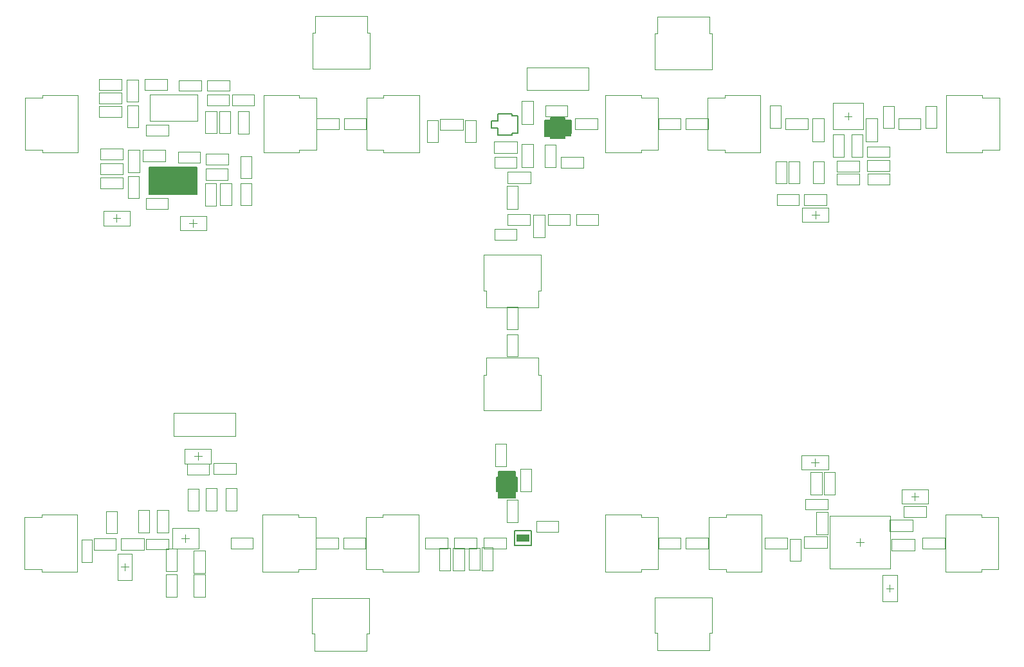
<source format=gbr>
%FSTAX44Y44*%
%MOMM*%
%SFA1B1*%

%IPPOS*%
%ADD94C,0.152400*%
%ADD95C,0.100000*%
%ADD125C,0.050000*%
%LNradar_1ghz_mechanical_15-1*%
%LPD*%
G36*
X00647738Y-00664934D02*
Y-00673824D01*
X0063072*
Y-00664934*
X00647738*
G37*
G36*
X00607181Y-00589728D02*
Y-00581854D01*
X00628817*
Y-00589728*
X00631588*
Y-0060827*
X00628817*
Y-00616144*
X00607181*
Y-0060827*
X0060441*
Y-00589728*
X00607181*
G37*
G36*
X0014738Y-00180965D02*
X00210118D01*
Y-00217033*
X0014738*
Y-00180965*
G37*
G36*
X00675728Y-00140817D02*
X00667854D01*
Y-00119181*
X00675728*
Y-0011641*
X0069427*
Y-00119181*
X00702144*
Y-00140817*
X0069427*
Y-00143588*
X00675728*
Y-00140817*
G37*
G54D94*
X00667854Y-00140817D02*
Y-00119181D01*
X00675728*
Y-0011641*
X0069427*
Y-00119181D02*
Y-0011641D01*
Y-00119181D02*
X00702144D01*
Y-00136499D02*
Y-00119181D01*
X0069427Y-00136499D02*
X00702144D01*
X0069427Y-00143588D02*
Y-00136499D01*
X00675728Y-00143588D02*
X0069427D01*
X00675728D02*
Y-00140817D01*
X00667854D02*
X00675728D01*
X00210118Y-00217033D02*
Y-00180965D01*
X0014738Y-00217033D02*
X00210118D01*
X0014738D02*
Y-00180965D01*
X00210118*
X00607181Y-00589728D02*
Y-00581854D01*
X0060441Y-00589728D02*
X00607181D01*
X0060441Y-0060827D02*
Y-00589728D01*
Y-0060827D02*
X00607181D01*
Y-00616144D02*
Y-0060827D01*
Y-00616144D02*
X00628817D01*
Y-0060827*
X00631588*
Y-00589728*
X00628817D02*
X00631588D01*
X00628817D02*
Y-00581854D01*
X00607181D02*
X00628817D01*
X00650278Y-00679459D02*
Y-00659299D01*
X0062818D02*
X00650278D01*
X0062818Y-00679459D02*
Y-00659299D01*
Y-00679459D02*
X00650278D01*
X00632144Y-00136071D02*
Y-00113927D01*
X0062427Y-00136071D02*
X00632144D01*
X0062427Y-00113927D02*
X00632144D01*
X0062427Y-00138588D02*
Y-00136071D01*
Y-00113927D02*
Y-0011141D01*
X00605728D02*
X0062427D01*
X00605728Y-00120427D02*
Y-0011141D01*
X00597854Y-00120427D02*
X00605728D01*
X00597854Y-00129571D02*
Y-00120427D01*
Y-00129571D02*
X00605728D01*
Y-00138588D02*
Y-00129571D01*
Y-00138588D02*
X0062427D01*
G54D95*
X01042499Y-00709499D02*
Y-00640499D01*
X01122499Y-00709499D02*
Y-00640499D01*
X01042499D02*
X01122499D01*
X01042499Y-00709499D02*
X01122499D01*
X01077499Y-00674999D02*
X01087499D01*
X01082499Y-00679999D02*
Y-00669999D01*
X01112499Y-00717999D02*
X01131499D01*
X01112499Y-00752999D02*
X01131499D01*
Y-00717999*
X01112499Y-00752999D02*
Y-00717999D01*
X01121999Y-00740499D02*
Y-00730499D01*
X01117Y-00735499D02*
X01127D01*
X01154999Y-00619999D02*
Y-00609999D01*
X01149999Y-00614999D02*
X01159999D01*
X01137499Y-00624499D02*
X01172499D01*
X01137499Y-00605499D02*
X01172499D01*
Y-00624499D02*
Y-00605499D01*
X01137499Y-00624499D02*
Y-00605499D01*
X00204999Y-00259999D02*
Y-00249999D01*
X00199999Y-00254999D02*
X00209999D01*
X00187499Y-00245499D02*
X00222499D01*
X00187499Y-00264499D02*
X00222499D01*
X00187499D02*
Y-00245499D01*
X00222499Y-00264499D02*
Y-00245499D01*
X00211249Y-00566749D02*
Y-00556749D01*
X00206249Y-00561749D02*
X00216249D01*
X00193749Y-00552249D02*
X00228749D01*
X00193749Y-00571249D02*
X00228749D01*
X00193749D02*
Y-00552249D01*
X00228749Y-00571249D02*
Y-00552249D01*
X01066999Y-00118999D02*
Y-00108999D01*
X01061999Y-00113999D02*
X01071999D01*
X01047499Y-00096499D02*
X01086499D01*
X01047499Y-00131499D02*
X01086499D01*
X01047499D02*
Y-00096499D01*
X01086499Y-00131499D02*
Y-00096499D01*
X00105499Y-00724999D02*
X00124499D01*
X00105499Y-00689999D02*
X00124499D01*
X00105499Y-00724999D02*
Y-00689999D01*
X00124499Y-00724999D02*
Y-00689999D01*
X00114999Y-00712499D02*
Y-00702499D01*
X00109999Y-00707499D02*
X00119999D01*
X00121749Y-00257999D02*
Y-00238999D01*
X00086749Y-00257999D02*
Y-00238999D01*
Y-00257999D02*
X00121749D01*
X00086749Y-00238999D02*
X00121749D01*
X00099249Y-00248499D02*
X00109249D01*
X00104249Y-00253499D02*
Y-00243499D01*
X01006499Y-00253499D02*
Y-00234499D01*
X01041499Y-00253499D02*
Y-00234499D01*
X01006499D02*
X01041499D01*
X01006499Y-00253499D02*
X01041499D01*
X01018999Y-00243999D02*
X01028999D01*
X01023999Y-00248999D02*
Y-00238999D01*
X00212249Y-00682999D02*
Y-00655999D01*
X00177249Y-00682999D02*
Y-00655999D01*
Y-00682999D02*
X00212249D01*
X00177249Y-00655999D02*
X00212249D01*
X00189749Y-00669499D02*
X00199749D01*
X00194749Y-00674499D02*
Y-00664499D01*
X01023499Y-00574999D02*
Y-00564999D01*
X01018499Y-00569999D02*
X01028499D01*
X01005999Y-00560499D02*
X01040999D01*
X01005999Y-00579499D02*
X01040999D01*
X01005999D02*
Y-00560499D01*
X01040999Y-00579499D02*
Y-00560499D01*
G54D125*
X01003149Y-00202649D02*
Y-00173349D01*
X00988849Y-00202649D02*
Y-00173349D01*
Y-00202649D02*
X01003149D01*
X00988849Y-00173349D02*
X01003149D01*
X01052399Y-00189649D02*
X01081599D01*
X01052399Y-00204349D02*
X01081599D01*
Y-00189649*
X01052399Y-00204349D02*
Y-00189649D01*
X00296499Y-00713499D02*
X00343499D01*
Y-00710149*
X00365999*
Y-00641849*
X00343499D02*
X00365999D01*
X00343499D02*
Y-00638499D01*
X00296499D02*
X00343499D01*
X00296499Y-00713499D02*
Y-00638499D01*
X01008919Y-00682579D02*
X01039079D01*
X01008919Y-00667419D02*
X01039079D01*
X01008919Y-00682579D02*
Y-00667419D01*
X01039079Y-00682579D02*
Y-00667419D01*
X01032579Y-00612579D02*
Y-00582419D01*
X01017419Y-00612579D02*
Y-00582419D01*
Y-00612579D02*
X01032579D01*
X01017419Y-00582419D02*
X01032579D01*
X01040079Y-00665079D02*
Y-00634919D01*
X01024919Y-00665079D02*
Y-00634919D01*
Y-00665079D02*
X01040079D01*
X01024919Y-00634919D02*
X01040079D01*
X01164849Y-00683649D02*
X01194149D01*
X01164849Y-00669349D02*
X01194149D01*
X01164849Y-00683649D02*
Y-00669349D01*
X01194149Y-00683649D02*
Y-00669349D01*
X01154579Y-00685579D02*
Y-00670419D01*
X01124419Y-00685579D02*
Y-00670419D01*
X01154579*
X01124419Y-00685579D02*
X01154579D01*
X01152079Y-00660579D02*
Y-00645419D01*
X01121919Y-00660579D02*
Y-00645419D01*
X01152079*
X01121919Y-00660579D02*
X01152079D01*
X00957349Y-00683149D02*
X00986649D01*
X00957349Y-00668849D02*
X00986649D01*
X00957349Y-00683149D02*
Y-00668849D01*
X00986649Y-00683149D02*
Y-00668849D01*
X01140349Y-00642149D02*
X01169649D01*
X01140349Y-00627849D02*
X01169649D01*
X01140349Y-00642149D02*
Y-00627849D01*
X01169649Y-00642149D02*
Y-00627849D01*
X00090349Y-00634099D02*
X00104649D01*
X00090349Y-00663399D02*
X00104649D01*
X00090349D02*
Y-00634099D01*
X00104649Y-00663399D02*
Y-00634099D01*
X00006499Y-00086499D02*
X00053499D01*
X00006499Y-00089849D02*
Y-00086499D01*
X-00015999Y-00089849D02*
X00006499D01*
X-00015999Y-00158149D02*
Y-00089849D01*
Y-00158149D02*
X00006499D01*
Y-00161499D02*
Y-00158149D01*
Y-00161499D02*
X00053499D01*
Y-00086499*
X00671599Y-00257149D02*
X00700899D01*
X00671599Y-00242849D02*
X00700899D01*
X00671599Y-00257149D02*
Y-00242849D01*
X00700899Y-00257149D02*
Y-00242849D01*
X00667849Y-00180899D02*
Y-00151599D01*
X00682149Y-00180899D02*
Y-00151599D01*
X00667849D02*
X00682149D01*
X00667849Y-00180899D02*
X00682149D01*
X00707599Y-00116849D02*
X00736899D01*
X00707599Y-00131149D02*
X00736899D01*
Y-00116849*
X00707599Y-00131149D02*
Y-00116849D01*
X00644399Y-00079944D02*
X00725599D01*
X00644399D02*
Y-00050054D01*
X00725599*
Y-00079944D02*
Y-00050054D01*
X00617649Y-00401399D02*
X00632349D01*
X00617649Y-00430599D02*
X00632349D01*
X00617649D02*
Y-00401399D01*
X00632349Y-00430599D02*
Y-00401399D01*
X00601599Y-00277149D02*
X00630899D01*
X00601599Y-00262849D02*
X00630899D01*
X00601599Y-00277149D02*
Y-00262849D01*
X00630899Y-00277149D02*
Y-00262849D01*
X00853399Y-00683349D02*
X00882599D01*
X00853399Y-00668649D02*
X00882599D01*
X00853399Y-00683349D02*
Y-00668649D01*
X00882599Y-00683349D02*
Y-00668649D01*
X00817399Y-00683349D02*
X00846599D01*
X00817399Y-00668649D02*
X00846599D01*
X00817399Y-00683349D02*
Y-00668649D01*
X00846599Y-00683349D02*
Y-00668649D01*
X00662499Y-00501499D02*
Y-00454499D01*
X00659149D02*
X00662499D01*
X00659149D02*
Y-00431999D01*
X00590849D02*
X00659149D01*
X00590849Y-00454499D02*
Y-00431999D01*
X00587499Y-00454499D02*
X00590849D01*
X00587499Y-00501499D02*
Y-00454499D01*
Y-00501499D02*
X00662499D01*
X0019685Y-00586149D02*
X00226149D01*
X0019685Y-00571849D02*
X00226149D01*
X0019685Y-00586149D02*
Y-00571849D01*
X00226149Y-00586149D02*
Y-00571849D01*
X00262149Y-00633149D02*
Y-00603849D01*
X00247849Y-00633149D02*
Y-00603849D01*
Y-00633149D02*
X00262149D01*
X00247849Y-00603849D02*
X00262149D01*
X00072149Y-00700899D02*
Y-00671599D01*
X00057849Y-00700899D02*
Y-00671599D01*
Y-00700899D02*
X00072149D01*
X00057849Y-00671599D02*
X00072149D01*
X00074149Y-00670149D02*
X00103349D01*
X00074149Y-00684849D02*
X00103349D01*
Y-00670149*
X00074149Y-00684849D02*
Y-00670149D01*
X00179399Y-00534944D02*
Y-00505054D01*
Y-00534944D02*
X00260599D01*
Y-00505054*
X00179399D02*
X00260599D01*
X00297499Y-00161499D02*
X00344499D01*
Y-00158149*
X00366999*
Y-00089849*
X00344499D02*
X00366999D01*
X00344499D02*
Y-00086499D01*
X00297499D02*
X00344499D01*
X00297499Y-00161499D02*
Y-00086499D01*
X00853399Y-00131349D02*
X00882599D01*
X00853399Y-00116649D02*
X00882599D01*
X00853399Y-00131349D02*
Y-00116649D01*
X00882599Y-00131349D02*
Y-00116649D01*
X00817399Y-00131349D02*
X00846599D01*
X00817399Y-00116649D02*
X00846599D01*
X00817399Y-00131349D02*
Y-00116649D01*
X00846599Y-00131349D02*
Y-00116649D01*
X00632349Y-00394599D02*
Y-00365399D01*
X00617649Y-00394599D02*
Y-00365399D01*
Y-00394599D02*
X00632349D01*
X00617649Y-00365399D02*
X00632349D01*
X00402399Y-00683349D02*
X00431599D01*
X00402399Y-00668649D02*
X00431599D01*
X00402399Y-00683349D02*
Y-00668649D01*
X00431599Y-00683349D02*
Y-00668649D01*
X00366399Y-00683349D02*
X00395599D01*
X00366399Y-00668649D02*
X00395599D01*
X00366399Y-00683349D02*
Y-00668649D01*
X00395599Y-00683349D02*
Y-00668649D01*
X00812499Y-00794499D02*
Y-00747499D01*
Y-00794499D02*
X00815849D01*
Y-00816999D02*
Y-00794499D01*
Y-00816999D02*
X00884149D01*
Y-00794499*
X00887499*
Y-00747499*
X00812499D02*
X00887499D01*
X00361499Y-00795499D02*
Y-00748499D01*
Y-00795499D02*
X00364849D01*
Y-00817999D02*
Y-00795499D01*
Y-00817999D02*
X00433149D01*
Y-00795499*
X00436499*
Y-00748499*
X00361499D02*
X00436499D01*
X00432599Y-00131349D02*
Y-00116649D01*
X00403399Y-00131349D02*
Y-00116649D01*
X00432599*
X00403399Y-00131349D02*
X00432599D01*
X00396599D02*
Y-00116649D01*
X00367399Y-00131349D02*
Y-00116649D01*
X00396599*
X00367399Y-00131349D02*
X00396599D01*
X00812499Y-00052499D02*
X00887499D01*
X00812499D02*
Y-00005499D01*
X00815849*
Y00016999*
X00884149*
Y-00005499D02*
Y00016999D01*
Y-00005499D02*
X00887499D01*
Y-00052499D02*
Y-00005499D01*
X00362499Y-00051499D02*
X00437499D01*
X00362499D02*
Y-00004499D01*
X00365849*
Y00017999*
X00434149*
Y-00004499D02*
Y00017999D01*
Y-00004499D02*
X00437499D01*
Y-00051499D02*
Y-00004499D01*
X00205649Y-00717399D02*
X00220349D01*
X00205649Y-00746599D02*
X00220349D01*
X00205649D02*
Y-00717399D01*
X00220349Y-00746599D02*
Y-00717399D01*
X00197649Y-00604399D02*
X00212349D01*
X00197649Y-00633599D02*
X00212349D01*
X00197649D02*
Y-00604399D01*
X00212349Y-00633599D02*
Y-00604399D01*
X00132649Y-00662099D02*
X00147349D01*
X00132649Y-00632899D02*
X00147349D01*
Y-00662099D02*
Y-00632899D01*
X00132649Y-00662099D02*
Y-00632899D01*
X00157649D02*
X00172349D01*
X00157649Y-00662099D02*
X00172349D01*
X00157649D02*
Y-00632899D01*
X00172349Y-00662099D02*
Y-00632899D01*
X00261099Y-00585349D02*
Y-00570649D01*
X00231899Y-00585349D02*
Y-00570649D01*
X00261099*
X00231899Y-00585349D02*
X00261099D01*
X01035149Y-00582899D02*
X01049849D01*
X01035149Y-00612099D02*
X01049849D01*
X01035149D02*
Y-00582899D01*
X01049849Y-00612099D02*
Y-00582899D01*
X01052399Y-00187349D02*
Y-00172649D01*
X01081599Y-00187349D02*
Y-00172649D01*
X01052399Y-00187349D02*
X01081599D01*
X01052399Y-00172649D02*
X01081599D01*
X01121599Y-00204349D02*
Y-00189649D01*
X01092399Y-00204349D02*
Y-00189649D01*
X01121599*
X01092399Y-00204349D02*
X01121599D01*
X01020649Y-00202599D02*
X01035349D01*
X01020649Y-00173399D02*
X01035349D01*
Y-00202599D02*
Y-00173399D01*
X01020649Y-00202599D02*
Y-00173399D01*
X01002599Y-00231349D02*
Y-00216649D01*
X00973399Y-00231349D02*
Y-00216649D01*
X01002599*
X00973399Y-00231349D02*
X01002599D01*
X00656399Y-00661349D02*
Y-00646649D01*
X00685599Y-00661349D02*
Y-00646649D01*
X00656399Y-00661349D02*
X00685599D01*
X00656399Y-00646649D02*
X00685599D01*
X00239399Y-00107649D02*
X00254099D01*
X00239399Y-00136849D02*
X00254099D01*
X00239399D02*
Y-00107649D01*
X00254099Y-00136849D02*
Y-00107649D01*
X00221149Y-00136599D02*
X00235849D01*
X00221149Y-00107399D02*
X00235849D01*
Y-00136599D02*
Y-00107399D01*
X00221149Y-00136599D02*
Y-00107399D01*
X00110589Y-00115649D02*
Y-00100949D01*
X00081389Y-00115649D02*
Y-00100949D01*
X00110589*
X00081389Y-00115649D02*
X00110589D01*
X00117899Y-00129099D02*
X00132599D01*
X00117899Y-00099899D02*
X00132599D01*
Y-00129099D02*
Y-00099899D01*
X00117899Y-00129099D02*
Y-00099899D01*
X00119399Y-00187849D02*
X00134099D01*
X00119399Y-00158649D02*
X00134099D01*
Y-00187849D02*
Y-00158649D01*
X00119399Y-00187849D02*
Y-00158649D01*
X00138649Y-00173349D02*
Y-00158649D01*
X00167849Y-00173349D02*
Y-00158649D01*
X00138649Y-00173349D02*
X00167849D01*
X00138649Y-00158649D02*
X00167849D01*
X00221399Y-00198099D02*
Y-00183399D01*
X00250599Y-00198099D02*
Y-00183399D01*
X00221399Y-00198099D02*
X00250599D01*
X00221399Y-00183399D02*
X00250599D01*
X00267399Y-00196099D02*
X00282099D01*
X00267399Y-00166899D02*
X00282099D01*
Y-00196099D02*
Y-00166899D01*
X00267399Y-00196099D02*
Y-00166899D01*
X00117649Y-00095349D02*
X00132349D01*
X00117649Y-00066149D02*
X00132349D01*
Y-00095349D02*
Y-00066149D01*
X00117649Y-00095349D02*
Y-00066149D01*
X00141399Y-00080099D02*
Y-00065399D01*
X00170599Y-00080099D02*
Y-00065399D01*
X00141399Y-00080099D02*
X00170599D01*
X00141399Y-00065399D02*
X00170599D01*
X00223149Y-00100349D02*
Y-00085649D01*
X00252349Y-00100349D02*
Y-00085649D01*
X00223149Y-00100349D02*
X00252349D01*
X00223149Y-00085649D02*
X00252349D01*
X00255899Y-00100349D02*
Y-00085649D01*
X00285099Y-00100349D02*
Y-00085649D01*
X00255899Y-00100349D02*
X00285099D01*
X00255899Y-00085649D02*
X00285099D01*
X00119149Y-00222349D02*
X00133849D01*
X00119149Y-00193149D02*
X00133849D01*
Y-00222349D02*
Y-00193149D01*
X00119149Y-00222349D02*
Y-00193149D01*
X00112349Y-00209599D02*
Y-00194899D01*
X00083149Y-00209599D02*
Y-00194899D01*
X00112349*
X00083149Y-00209599D02*
X00112349D01*
X00220649Y-00231849D02*
X00235349D01*
X00220649Y-00202649D02*
X00235349D01*
Y-00231849D02*
Y-00202649D01*
X00220649Y-00231849D02*
Y-00202649D01*
X00240399Y-00202399D02*
X00255099D01*
X00240399Y-00231599D02*
X00255099D01*
X00240399D02*
Y-00202399D01*
X00255099Y-00231599D02*
Y-00202399D01*
X00052499Y-00713499D02*
Y-00638499D01*
X00005499Y-00713499D02*
X00052499D01*
X00005499D02*
Y-00710149D01*
X-00016999D02*
X00005499D01*
X-00016999D02*
Y-00641849D01*
X00005499*
Y-00638499*
X00052499*
X00587499Y-00296499D02*
X00662499D01*
Y-00343499D02*
Y-00296499D01*
X00659149Y-00343499D02*
X00662499D01*
X00659149Y-00365999D02*
Y-00343499D01*
X00590849Y-00365999D02*
X00659149D01*
X00590849D02*
Y-00343499D01*
X00587499D02*
X00590849D01*
X00587499D02*
Y-00296499D01*
X00147549Y-00120719D02*
X00210249D01*
X00147549Y-00085719D02*
X00210249D01*
Y-00120719D02*
Y-00085719D01*
X00147549Y-00120719D02*
Y-00085719D01*
X00747499Y-00161499D02*
Y-00086499D01*
X00794499*
Y-00089849D02*
Y-00086499D01*
Y-00089849D02*
X00816999D01*
Y-00158149D02*
Y-00089849D01*
X00794499Y-00158149D02*
X00816999D01*
X00794499Y-00161499D02*
Y-00158149D01*
X00747499Y-00161499D02*
X00794499D01*
X01195499Y-00713499D02*
Y-00638499D01*
X01242499*
Y-00641849D02*
Y-00638499D01*
Y-00641849D02*
X01264999D01*
Y-00710149D02*
Y-00641849D01*
X01242499Y-00710149D02*
X01264999D01*
X01242499Y-00713499D02*
Y-00710149D01*
X01195499Y-00713499D02*
X01242499D01*
X00951499Y-00161499D02*
Y-00086499D01*
X00904499Y-00161499D02*
X00951499D01*
X00904499D02*
Y-00158149D01*
X00881999D02*
X00904499D01*
X00881999D02*
Y-00089849D01*
X00904499*
Y-00086499*
X00951499*
X00747499Y-00713499D02*
Y-00638499D01*
X00794499*
Y-00641849D02*
Y-00638499D01*
Y-00641849D02*
X00816999D01*
Y-00710149D02*
Y-00641849D01*
X00794499Y-00710149D02*
X00816999D01*
X00794499Y-00713499D02*
Y-00710149D01*
X00747499Y-00713499D02*
X00794499D01*
X00584419Y-00681919D02*
X00599579D01*
X00584419Y-00712079D02*
X00599579D01*
X00584419D02*
Y-00681919D01*
X00599579Y-00712079D02*
Y-00681919D01*
X00546559Y-00682319D02*
X00561719D01*
X00546559Y-00712479D02*
X00561719D01*
X00546559D02*
Y-00682319D01*
X00561719Y-00712479D02*
Y-00682319D01*
X00205419Y-00685669D02*
X00220579D01*
X00205419Y-00715829D02*
X00220579D01*
X00205419D02*
Y-00685669D01*
X00220579Y-00715829D02*
Y-00685669D01*
X00140079Y-00685079D02*
Y-00669919D01*
X00109919Y-00685079D02*
Y-00669919D01*
X00140079*
X00109919Y-00685079D02*
X00140079D01*
X00637419Y-00124329D02*
X00652579D01*
X00637419Y-00094169D02*
X00652579D01*
Y-00124329D02*
Y-00094169D01*
X00637419Y-00124329D02*
Y-00094169D01*
X00652419Y-00243669D02*
X00667579D01*
X00652419Y-00273829D02*
X00667579D01*
X00652419D02*
Y-00243669D01*
X00667579Y-00273829D02*
Y-00243669D01*
X00529919Y-00132579D02*
Y-00117419D01*
X00560079Y-00132579D02*
Y-00117419D01*
X00529919Y-00132579D02*
X00560079D01*
X00529919Y-00117419D02*
X00560079D01*
X00601169Y-00162579D02*
Y-00147419D01*
X00631329Y-00162579D02*
Y-00147419D01*
X00601169Y-00162579D02*
X00631329D01*
X00601169Y-00147419D02*
X00631329D01*
X00637419Y-00181329D02*
X00652579D01*
X00637419Y-00151169D02*
X00652579D01*
Y-00181329D02*
Y-00151169D01*
X00637419Y-00181329D02*
Y-00151169D01*
X00617419Y-00206169D02*
X00632579D01*
X00617419Y-00236329D02*
X00632579D01*
X00617419D02*
Y-00206169D01*
X00632579Y-00236329D02*
Y-00206169D01*
X00648829Y-00202579D02*
Y-00187419D01*
X00618669Y-00202579D02*
Y-00187419D01*
X00648829*
X00618669Y-00202579D02*
X00648829D01*
X00953499Y-00713499D02*
Y-00638499D01*
X00906499Y-00713499D02*
X00953499D01*
X00906499D02*
Y-00710149D01*
X00883999D02*
X00906499D01*
X00883999D02*
Y-00641849D01*
X00906499*
Y-00638499*
X00953499*
X01196499Y-00161499D02*
Y-00086499D01*
X01243499*
Y-00089849D02*
Y-00086499D01*
Y-00089849D02*
X01265999D01*
Y-00158149D02*
Y-00089849D01*
X01243499Y-00158149D02*
X01265999D01*
X01243499Y-00161499D02*
Y-00158149D01*
X01196499Y-00161499D02*
X01243499D01*
X00501499Y-00713499D02*
Y-00638499D01*
X00454499Y-00713499D02*
X00501499D01*
X00454499D02*
Y-00710149D01*
X00431999D02*
X00454499D01*
X00431999D02*
Y-00641849D01*
X00454499*
Y-00638499*
X00501499*
X00502499Y-00161499D02*
Y-00086499D01*
X00455499Y-00161499D02*
X00502499D01*
X00455499D02*
Y-00158149D01*
X00432999D02*
X00455499D01*
X00432999D02*
Y-00089849D01*
X00455499*
Y-00086499*
X00502499*
X00215649Y-00080899D02*
Y-00066599D01*
X00186349Y-00080899D02*
Y-00066599D01*
X00215649*
X00186349Y-00080899D02*
X00215649D01*
X00142599Y-00236399D02*
Y-00222099D01*
X00171899Y-00236399D02*
Y-00222099D01*
X00142599Y-00236399D02*
X00171899D01*
X00142599Y-00222099D02*
X00171899D01*
X00142849Y-00139399D02*
Y-00125099D01*
X00172149Y-00139399D02*
Y-00125099D01*
X00142849Y-00139399D02*
X00172149D01*
X00142849Y-00125099D02*
X00172149D01*
X00214149Y-00175399D02*
Y-00161099D01*
X00184849Y-00175399D02*
Y-00161099D01*
X00214149*
X00184849Y-00175399D02*
X00214149D01*
X00112149Y-00171399D02*
Y-00157099D01*
X00082849Y-00171399D02*
Y-00157099D01*
X00112149*
X00082849Y-00171399D02*
X00112149D01*
X00267599Y-00202349D02*
X00281899D01*
X00267599Y-00231649D02*
X00281899D01*
X00267599D02*
Y-00202349D01*
X00281899Y-00231649D02*
Y-00202349D01*
X00110639Y-00079889D02*
Y-00065589D01*
X00081339Y-00079889D02*
Y-00065589D01*
X00110639*
X00081339Y-00079889D02*
X00110639D01*
X00264099Y-00107599D02*
X00278399D01*
X00264099Y-00136899D02*
X00278399D01*
X00264099D02*
Y-00107599D01*
X00278399Y-00136899D02*
Y-00107599D01*
X00112399Y-00190899D02*
Y-00176599D01*
X00083099Y-00190899D02*
Y-00176599D01*
X00112399*
X00083099Y-00190899D02*
X00112399D01*
X00221599Y-00177899D02*
Y-00163599D01*
X00250899Y-00177899D02*
Y-00163599D01*
X00221599Y-00177899D02*
X00250899D01*
X00221599Y-00163599D02*
X00250899D01*
X00110639Y-00097669D02*
Y-00083369D01*
X00081339Y-00097669D02*
Y-00083369D01*
X00110639*
X00081339Y-00097669D02*
X00110639D01*
X00223349Y-00080899D02*
Y-00066599D01*
X00252649Y-00080899D02*
Y-00066599D01*
X00223349Y-00080899D02*
X00252649D01*
X00223349Y-00066599D02*
X00252649D01*
X00602849Y-00545349D02*
X00617149D01*
X00602849Y-00574649D02*
X00617149D01*
X00602849D02*
Y-00545349D01*
X00617149Y-00574649D02*
Y-00545349D01*
X00617849Y-00619349D02*
X00632149D01*
X00617849Y-00648649D02*
X00632149D01*
X00617849D02*
Y-00619349D01*
X00632149Y-00648649D02*
Y-00619349D01*
X00635849Y-00578349D02*
X00650149D01*
X00635849Y-00607649D02*
X00650149D01*
X00635849D02*
Y-00578349D01*
X00650149Y-00607649D02*
Y-00578349D01*
X00567849Y-00682349D02*
X00582149D01*
X00567849Y-00711649D02*
X00582149D01*
X00567849D02*
Y-00682349D01*
X00582149Y-00711649D02*
Y-00682349D01*
X00529209Y-00682749D02*
X00543509D01*
X00529209Y-00712049D02*
X00543509D01*
X00529209D02*
Y-00682749D01*
X00543509Y-00712049D02*
Y-00682749D01*
X00616649Y-00683149D02*
Y-00668849D01*
X00587349Y-00683149D02*
Y-00668849D01*
X00616649*
X00587349Y-00683149D02*
X00616649D01*
X00577649D02*
Y-00668849D01*
X00548349Y-00683149D02*
Y-00668849D01*
X00577649*
X00548349Y-00683149D02*
X00577649D01*
X00539649D02*
Y-00668849D01*
X00510349Y-00683149D02*
Y-00668849D01*
X00539649*
X00510349Y-00683149D02*
X00539649D01*
X01168849Y-00129899D02*
X01183149D01*
X01168849Y-00100599D02*
X01183149D01*
Y-00129899D02*
Y-00100599D01*
X01168849Y-00129899D02*
Y-00100599D01*
X00963849Y-00129649D02*
X00978149D01*
X00963849Y-00100349D02*
X00978149D01*
Y-00129649D02*
Y-00100349D01*
X00963849Y-00129649D02*
Y-00100349D01*
X01112849Y-00129899D02*
X01127149D01*
X01112849Y-00100599D02*
X01127149D01*
Y-00129899D02*
Y-00100599D01*
X01112849Y-00129899D02*
Y-00100599D01*
X01133349Y-00131149D02*
Y-00116849D01*
X01162649Y-00131149D02*
Y-00116849D01*
X01133349Y-00131149D02*
X01162649D01*
X01133349Y-00116849D02*
X01162649D01*
X01071849Y-00167649D02*
X01086149D01*
X01071849Y-00138349D02*
X01086149D01*
Y-00167649D02*
Y-00138349D01*
X01071849Y-00167649D02*
Y-00138349D01*
X00984349Y-00131149D02*
Y-00116849D01*
X01013649Y-00131149D02*
Y-00116849D01*
X00984349Y-00131149D02*
X01013649D01*
X00984349Y-00116849D02*
X01013649D01*
X01046849Y-00167649D02*
X01061149D01*
X01046849Y-00138349D02*
X01061149D01*
Y-00167649D02*
Y-00138349D01*
X01046849Y-00167649D02*
Y-00138349D01*
X01092099Y-00186149D02*
Y-00171849D01*
X01121399Y-00186149D02*
Y-00171849D01*
X01092099Y-00186149D02*
X01121399D01*
X01092099Y-00171849D02*
X01121399D01*
X01092099Y-00168149D02*
Y-00153849D01*
X01121399Y-00168149D02*
Y-00153849D01*
X01092099Y-00168149D02*
X01121399D01*
X01092099Y-00153849D02*
X01121399D01*
X00971849Y-00173349D02*
X00986149D01*
X00971849Y-00202649D02*
X00986149D01*
X00971849D02*
Y-00173349D01*
X00986149Y-00202649D02*
Y-00173349D01*
X01038399Y-00231149D02*
Y-00216849D01*
X01009099Y-00231149D02*
Y-00216849D01*
X01038399*
X01009099Y-00231149D02*
X01038399D01*
X00990349Y-00670349D02*
X01004649D01*
X00990349Y-00699649D02*
X01004649D01*
X00990349D02*
Y-00670349D01*
X01004649Y-00699649D02*
Y-00670349D01*
X01039899Y-00632149D02*
Y-00617849D01*
X01010599Y-00632149D02*
Y-00617849D01*
X01039899*
X01010599Y-00632149D02*
X01039899D01*
X00168849Y-00717349D02*
X00183149D01*
X00168849Y-00746649D02*
X00183149D01*
X00168849D02*
Y-00717349D01*
X00183149Y-00746649D02*
Y-00717349D01*
X00254349Y-00683149D02*
Y-00668849D01*
X00283649Y-00683149D02*
Y-00668849D01*
X00254349Y-00683149D02*
X00283649D01*
X00254349Y-00668849D02*
X00283649D01*
X00168849Y-00683599D02*
X00183149D01*
X00168849Y-00712899D02*
X00183149D01*
X00168849D02*
Y-00683599D01*
X00183149Y-00712899D02*
Y-00683599D01*
X00142849Y-00684649D02*
Y-00670349D01*
X00172149Y-00684649D02*
Y-00670349D01*
X00142849Y-00684649D02*
X00172149D01*
X00142849Y-00670349D02*
X00172149D01*
X00221599Y-00603849D02*
X00235899D01*
X00221599Y-00633149D02*
X00235899D01*
X00221599D02*
Y-00603849D01*
X00235899Y-00633149D02*
Y-00603849D01*
X00709099Y-00257149D02*
Y-00242849D01*
X00738399Y-00257149D02*
Y-00242849D01*
X00709099Y-00257149D02*
X00738399D01*
X00709099Y-00242849D02*
X00738399D01*
X00512849Y-00119099D02*
X00527149D01*
X00512849Y-00148399D02*
X00527149D01*
X00512849D02*
Y-00119099D01*
X00527149Y-00148399D02*
Y-00119099D01*
X00562849D02*
X00577149D01*
X00562849Y-00148399D02*
X00577149D01*
X00562849D02*
Y-00119099D01*
X00577149Y-00148399D02*
Y-00119099D01*
X00648399Y-00257149D02*
Y-00242849D01*
X00619099Y-00257149D02*
Y-00242849D01*
X00648399*
X00619099Y-00257149D02*
X00648399D01*
X00718399Y-00182149D02*
Y-00167849D01*
X00689099Y-00182149D02*
Y-00167849D01*
X00718399*
X00689099Y-00182149D02*
X00718399D01*
X00601599D02*
Y-00167849D01*
X00630899Y-00182149D02*
Y-00167849D01*
X00601599Y-00182149D02*
X00630899D01*
X00601599Y-00167849D02*
X00630899D01*
X00668431Y-00114067D02*
Y-00099767D01*
X00697731Y-00114067D02*
Y-00099767D01*
X00668431Y-00114067D02*
X00697731D01*
X00668431Y-00099767D02*
X00697731D01*
X01020419Y-00147079D02*
Y-00116919D01*
X01035579Y-00147079D02*
Y-00116919D01*
X01020419D02*
X01035579D01*
X01020419Y-00147079D02*
X01035579D01*
X01090419Y-00147219D02*
X01105579D01*
X01090419Y-00117059D02*
X01105579D01*
Y-00147219D02*
Y-00117059D01*
X01090419Y-00147219D02*
Y-00117059D01*
M02*
</source>
